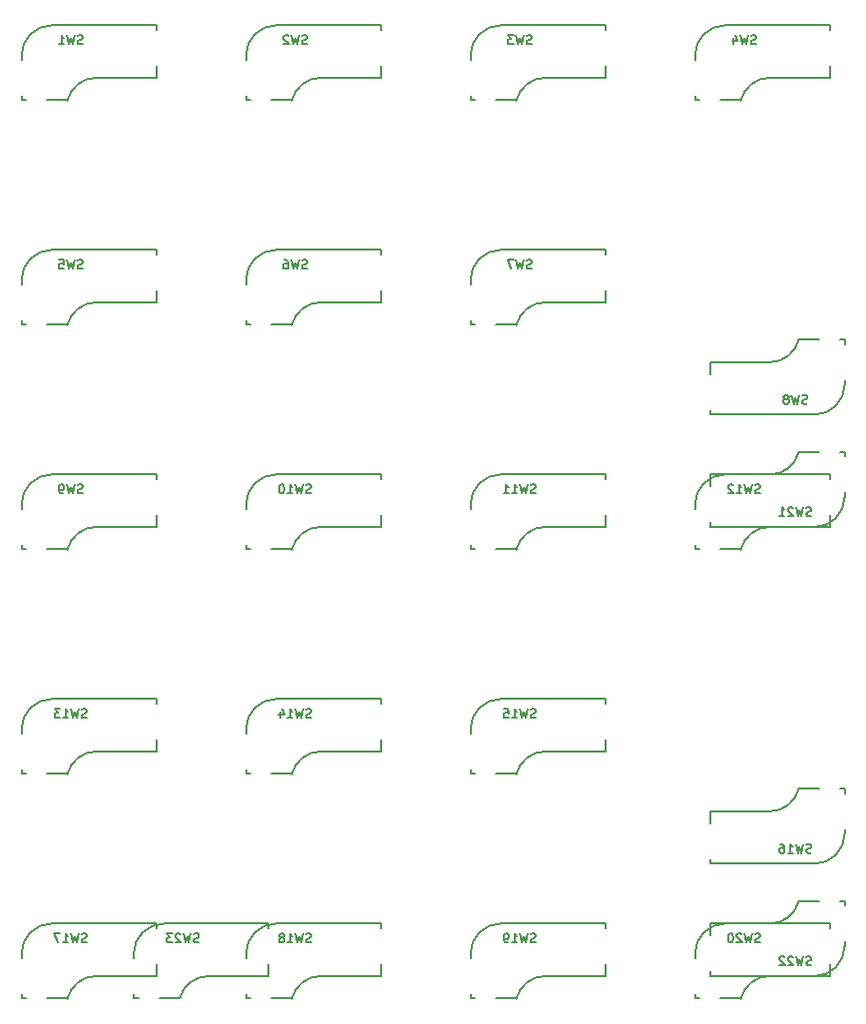
<source format=gbr>
%TF.GenerationSoftware,KiCad,Pcbnew,(5.1.9)-1*%
%TF.CreationDate,2021-08-24T14:53:50+02:00*%
%TF.ProjectId,unWired refernce,756e5769-7265-4642-9072-656665726e63,rev?*%
%TF.SameCoordinates,Original*%
%TF.FileFunction,Legend,Bot*%
%TF.FilePolarity,Positive*%
%FSLAX46Y46*%
G04 Gerber Fmt 4.6, Leading zero omitted, Abs format (unit mm)*
G04 Created by KiCad (PCBNEW (5.1.9)-1) date 2021-08-24 14:53:50*
%MOMM*%
%LPD*%
G01*
G04 APERTURE LIST*
%ADD10C,0.150000*%
G04 APERTURE END LIST*
D10*
%TO.C,SW20*%
X128730000Y-118465000D02*
X128730000Y-118846000D01*
X119840000Y-118465000D02*
X128730000Y-118465000D01*
X117300000Y-121005000D02*
X117300000Y-121386000D01*
X117681000Y-124815000D02*
X117300000Y-124815000D01*
X121185838Y-124815000D02*
X119459000Y-124815000D01*
X128730000Y-122910000D02*
X123650000Y-122910000D01*
X128730000Y-121894000D02*
X128730000Y-122910000D01*
X117300000Y-124434000D02*
X117300000Y-124815000D01*
X121185838Y-124833960D02*
G75*
G02*
X123650000Y-122910000I2464162J-616040D01*
G01*
X117300000Y-121005000D02*
G75*
G02*
X119840000Y-118465000I2540000J0D01*
G01*
%TO.C,SW19*%
X109680000Y-118465000D02*
X109680000Y-118846000D01*
X100790000Y-118465000D02*
X109680000Y-118465000D01*
X98250000Y-121005000D02*
X98250000Y-121386000D01*
X98631000Y-124815000D02*
X98250000Y-124815000D01*
X102135838Y-124815000D02*
X100409000Y-124815000D01*
X109680000Y-122910000D02*
X104600000Y-122910000D01*
X109680000Y-121894000D02*
X109680000Y-122910000D01*
X98250000Y-124434000D02*
X98250000Y-124815000D01*
X102135838Y-124833960D02*
G75*
G02*
X104600000Y-122910000I2464162J-616040D01*
G01*
X98250000Y-121005000D02*
G75*
G02*
X100790000Y-118465000I2540000J0D01*
G01*
%TO.C,SW18*%
X90630000Y-118465000D02*
X90630000Y-118846000D01*
X81740000Y-118465000D02*
X90630000Y-118465000D01*
X79200000Y-121005000D02*
X79200000Y-121386000D01*
X79581000Y-124815000D02*
X79200000Y-124815000D01*
X83085838Y-124815000D02*
X81359000Y-124815000D01*
X90630000Y-122910000D02*
X85550000Y-122910000D01*
X90630000Y-121894000D02*
X90630000Y-122910000D01*
X79200000Y-124434000D02*
X79200000Y-124815000D01*
X83085838Y-124833960D02*
G75*
G02*
X85550000Y-122910000I2464162J-616040D01*
G01*
X79200000Y-121005000D02*
G75*
G02*
X81740000Y-118465000I2540000J0D01*
G01*
%TO.C,SW17*%
X71580000Y-118465000D02*
X71580000Y-118846000D01*
X62690000Y-118465000D02*
X71580000Y-118465000D01*
X60150000Y-121005000D02*
X60150000Y-121386000D01*
X60531000Y-124815000D02*
X60150000Y-124815000D01*
X64035838Y-124815000D02*
X62309000Y-124815000D01*
X71580000Y-122910000D02*
X66500000Y-122910000D01*
X71580000Y-121894000D02*
X71580000Y-122910000D01*
X60150000Y-124434000D02*
X60150000Y-124815000D01*
X64035838Y-124833960D02*
G75*
G02*
X66500000Y-122910000I2464162J-616040D01*
G01*
X60150000Y-121005000D02*
G75*
G02*
X62690000Y-118465000I2540000J0D01*
G01*
%TO.C,SW23*%
X81105000Y-118465000D02*
X81105000Y-118846000D01*
X72215000Y-118465000D02*
X81105000Y-118465000D01*
X69675000Y-121005000D02*
X69675000Y-121386000D01*
X70056000Y-124815000D02*
X69675000Y-124815000D01*
X73560838Y-124815000D02*
X71834000Y-124815000D01*
X81105000Y-122910000D02*
X76025000Y-122910000D01*
X81105000Y-121894000D02*
X81105000Y-122910000D01*
X69675000Y-124434000D02*
X69675000Y-124815000D01*
X73560838Y-124833960D02*
G75*
G02*
X76025000Y-122910000I2464162J-616040D01*
G01*
X69675000Y-121005000D02*
G75*
G02*
X72215000Y-118465000I2540000J0D01*
G01*
%TO.C,SW22*%
X118570000Y-122910000D02*
X118570000Y-122529000D01*
X127460000Y-122910000D02*
X118570000Y-122910000D01*
X130000000Y-120370000D02*
X130000000Y-119989000D01*
X129619000Y-116560000D02*
X130000000Y-116560000D01*
X126114162Y-116560000D02*
X127841000Y-116560000D01*
X118570000Y-118465000D02*
X123650000Y-118465000D01*
X118570000Y-119481000D02*
X118570000Y-118465000D01*
X130000000Y-116941000D02*
X130000000Y-116560000D01*
X126114162Y-116541040D02*
G75*
G02*
X123650000Y-118465000I-2464162J616040D01*
G01*
X130000000Y-120370000D02*
G75*
G02*
X127460000Y-122910000I-2540000J0D01*
G01*
%TO.C,SW16*%
X130000000Y-107416000D02*
X130000000Y-107035000D01*
X118570000Y-109956000D02*
X118570000Y-108940000D01*
X118570000Y-108940000D02*
X123650000Y-108940000D01*
X126114162Y-107035000D02*
X127841000Y-107035000D01*
X129619000Y-107035000D02*
X130000000Y-107035000D01*
X130000000Y-110845000D02*
X130000000Y-110464000D01*
X127460000Y-113385000D02*
X118570000Y-113385000D01*
X118570000Y-113385000D02*
X118570000Y-113004000D01*
X130000000Y-110845000D02*
G75*
G02*
X127460000Y-113385000I-2540000J0D01*
G01*
X126114162Y-107016040D02*
G75*
G02*
X123650000Y-108940000I-2464162J616040D01*
G01*
%TO.C,SW15*%
X109680000Y-99415000D02*
X109680000Y-99796000D01*
X100790000Y-99415000D02*
X109680000Y-99415000D01*
X98250000Y-101955000D02*
X98250000Y-102336000D01*
X98631000Y-105765000D02*
X98250000Y-105765000D01*
X102135838Y-105765000D02*
X100409000Y-105765000D01*
X109680000Y-103860000D02*
X104600000Y-103860000D01*
X109680000Y-102844000D02*
X109680000Y-103860000D01*
X98250000Y-105384000D02*
X98250000Y-105765000D01*
X102135838Y-105783960D02*
G75*
G02*
X104600000Y-103860000I2464162J-616040D01*
G01*
X98250000Y-101955000D02*
G75*
G02*
X100790000Y-99415000I2540000J0D01*
G01*
%TO.C,SW14*%
X90630000Y-99415000D02*
X90630000Y-99796000D01*
X81740000Y-99415000D02*
X90630000Y-99415000D01*
X79200000Y-101955000D02*
X79200000Y-102336000D01*
X79581000Y-105765000D02*
X79200000Y-105765000D01*
X83085838Y-105765000D02*
X81359000Y-105765000D01*
X90630000Y-103860000D02*
X85550000Y-103860000D01*
X90630000Y-102844000D02*
X90630000Y-103860000D01*
X79200000Y-105384000D02*
X79200000Y-105765000D01*
X83085838Y-105783960D02*
G75*
G02*
X85550000Y-103860000I2464162J-616040D01*
G01*
X79200000Y-101955000D02*
G75*
G02*
X81740000Y-99415000I2540000J0D01*
G01*
%TO.C,SW13*%
X71580000Y-99415000D02*
X71580000Y-99796000D01*
X62690000Y-99415000D02*
X71580000Y-99415000D01*
X60150000Y-101955000D02*
X60150000Y-102336000D01*
X60531000Y-105765000D02*
X60150000Y-105765000D01*
X64035838Y-105765000D02*
X62309000Y-105765000D01*
X71580000Y-103860000D02*
X66500000Y-103860000D01*
X71580000Y-102844000D02*
X71580000Y-103860000D01*
X60150000Y-105384000D02*
X60150000Y-105765000D01*
X64035838Y-105783960D02*
G75*
G02*
X66500000Y-103860000I2464162J-616040D01*
G01*
X60150000Y-101955000D02*
G75*
G02*
X62690000Y-99415000I2540000J0D01*
G01*
%TO.C,SW21*%
X118570000Y-84810000D02*
X118570000Y-84429000D01*
X127460000Y-84810000D02*
X118570000Y-84810000D01*
X130000000Y-82270000D02*
X130000000Y-81889000D01*
X129619000Y-78460000D02*
X130000000Y-78460000D01*
X126114162Y-78460000D02*
X127841000Y-78460000D01*
X118570000Y-80365000D02*
X123650000Y-80365000D01*
X118570000Y-81381000D02*
X118570000Y-80365000D01*
X130000000Y-78841000D02*
X130000000Y-78460000D01*
X126114162Y-78441040D02*
G75*
G02*
X123650000Y-80365000I-2464162J616040D01*
G01*
X130000000Y-82270000D02*
G75*
G02*
X127460000Y-84810000I-2540000J0D01*
G01*
%TO.C,SW12*%
X128730000Y-80365000D02*
X128730000Y-80746000D01*
X119840000Y-80365000D02*
X128730000Y-80365000D01*
X117300000Y-82905000D02*
X117300000Y-83286000D01*
X117681000Y-86715000D02*
X117300000Y-86715000D01*
X121185838Y-86715000D02*
X119459000Y-86715000D01*
X128730000Y-84810000D02*
X123650000Y-84810000D01*
X128730000Y-83794000D02*
X128730000Y-84810000D01*
X117300000Y-86334000D02*
X117300000Y-86715000D01*
X121185838Y-86733960D02*
G75*
G02*
X123650000Y-84810000I2464162J-616040D01*
G01*
X117300000Y-82905000D02*
G75*
G02*
X119840000Y-80365000I2540000J0D01*
G01*
%TO.C,SW11*%
X109680000Y-80365000D02*
X109680000Y-80746000D01*
X100790000Y-80365000D02*
X109680000Y-80365000D01*
X98250000Y-82905000D02*
X98250000Y-83286000D01*
X98631000Y-86715000D02*
X98250000Y-86715000D01*
X102135838Y-86715000D02*
X100409000Y-86715000D01*
X109680000Y-84810000D02*
X104600000Y-84810000D01*
X109680000Y-83794000D02*
X109680000Y-84810000D01*
X98250000Y-86334000D02*
X98250000Y-86715000D01*
X102135838Y-86733960D02*
G75*
G02*
X104600000Y-84810000I2464162J-616040D01*
G01*
X98250000Y-82905000D02*
G75*
G02*
X100790000Y-80365000I2540000J0D01*
G01*
%TO.C,SW10*%
X90630000Y-80365000D02*
X90630000Y-80746000D01*
X81740000Y-80365000D02*
X90630000Y-80365000D01*
X79200000Y-82905000D02*
X79200000Y-83286000D01*
X79581000Y-86715000D02*
X79200000Y-86715000D01*
X83085838Y-86715000D02*
X81359000Y-86715000D01*
X90630000Y-84810000D02*
X85550000Y-84810000D01*
X90630000Y-83794000D02*
X90630000Y-84810000D01*
X79200000Y-86334000D02*
X79200000Y-86715000D01*
X83085838Y-86733960D02*
G75*
G02*
X85550000Y-84810000I2464162J-616040D01*
G01*
X79200000Y-82905000D02*
G75*
G02*
X81740000Y-80365000I2540000J0D01*
G01*
%TO.C,SW9*%
X71580000Y-80365000D02*
X71580000Y-80746000D01*
X62690000Y-80365000D02*
X71580000Y-80365000D01*
X60150000Y-82905000D02*
X60150000Y-83286000D01*
X60531000Y-86715000D02*
X60150000Y-86715000D01*
X64035838Y-86715000D02*
X62309000Y-86715000D01*
X71580000Y-84810000D02*
X66500000Y-84810000D01*
X71580000Y-83794000D02*
X71580000Y-84810000D01*
X60150000Y-86334000D02*
X60150000Y-86715000D01*
X64035838Y-86733960D02*
G75*
G02*
X66500000Y-84810000I2464162J-616040D01*
G01*
X60150000Y-82905000D02*
G75*
G02*
X62690000Y-80365000I2540000J0D01*
G01*
%TO.C,SW8*%
X118570000Y-75285000D02*
X118570000Y-74904000D01*
X127460000Y-75285000D02*
X118570000Y-75285000D01*
X130000000Y-72745000D02*
X130000000Y-72364000D01*
X129619000Y-68935000D02*
X130000000Y-68935000D01*
X126114162Y-68935000D02*
X127841000Y-68935000D01*
X118570000Y-70840000D02*
X123650000Y-70840000D01*
X118570000Y-71856000D02*
X118570000Y-70840000D01*
X130000000Y-69316000D02*
X130000000Y-68935000D01*
X126114162Y-68916040D02*
G75*
G02*
X123650000Y-70840000I-2464162J616040D01*
G01*
X130000000Y-72745000D02*
G75*
G02*
X127460000Y-75285000I-2540000J0D01*
G01*
%TO.C,SW7*%
X109680000Y-61315000D02*
X109680000Y-61696000D01*
X100790000Y-61315000D02*
X109680000Y-61315000D01*
X98250000Y-63855000D02*
X98250000Y-64236000D01*
X98631000Y-67665000D02*
X98250000Y-67665000D01*
X102135838Y-67665000D02*
X100409000Y-67665000D01*
X109680000Y-65760000D02*
X104600000Y-65760000D01*
X109680000Y-64744000D02*
X109680000Y-65760000D01*
X98250000Y-67284000D02*
X98250000Y-67665000D01*
X102135838Y-67683960D02*
G75*
G02*
X104600000Y-65760000I2464162J-616040D01*
G01*
X98250000Y-63855000D02*
G75*
G02*
X100790000Y-61315000I2540000J0D01*
G01*
%TO.C,SW6*%
X90630000Y-61315000D02*
X90630000Y-61696000D01*
X81740000Y-61315000D02*
X90630000Y-61315000D01*
X79200000Y-63855000D02*
X79200000Y-64236000D01*
X79581000Y-67665000D02*
X79200000Y-67665000D01*
X83085838Y-67665000D02*
X81359000Y-67665000D01*
X90630000Y-65760000D02*
X85550000Y-65760000D01*
X90630000Y-64744000D02*
X90630000Y-65760000D01*
X79200000Y-67284000D02*
X79200000Y-67665000D01*
X83085838Y-67683960D02*
G75*
G02*
X85550000Y-65760000I2464162J-616040D01*
G01*
X79200000Y-63855000D02*
G75*
G02*
X81740000Y-61315000I2540000J0D01*
G01*
%TO.C,SW5*%
X71580000Y-61315000D02*
X71580000Y-61696000D01*
X62690000Y-61315000D02*
X71580000Y-61315000D01*
X60150000Y-63855000D02*
X60150000Y-64236000D01*
X60531000Y-67665000D02*
X60150000Y-67665000D01*
X64035838Y-67665000D02*
X62309000Y-67665000D01*
X71580000Y-65760000D02*
X66500000Y-65760000D01*
X71580000Y-64744000D02*
X71580000Y-65760000D01*
X60150000Y-67284000D02*
X60150000Y-67665000D01*
X64035838Y-67683960D02*
G75*
G02*
X66500000Y-65760000I2464162J-616040D01*
G01*
X60150000Y-63855000D02*
G75*
G02*
X62690000Y-61315000I2540000J0D01*
G01*
%TO.C,SW4*%
X128730000Y-42265000D02*
X128730000Y-42646000D01*
X119840000Y-42265000D02*
X128730000Y-42265000D01*
X117300000Y-44805000D02*
X117300000Y-45186000D01*
X117681000Y-48615000D02*
X117300000Y-48615000D01*
X121185838Y-48615000D02*
X119459000Y-48615000D01*
X128730000Y-46710000D02*
X123650000Y-46710000D01*
X128730000Y-45694000D02*
X128730000Y-46710000D01*
X117300000Y-48234000D02*
X117300000Y-48615000D01*
X121185838Y-48633960D02*
G75*
G02*
X123650000Y-46710000I2464162J-616040D01*
G01*
X117300000Y-44805000D02*
G75*
G02*
X119840000Y-42265000I2540000J0D01*
G01*
%TO.C,SW3*%
X109680000Y-42265000D02*
X109680000Y-42646000D01*
X100790000Y-42265000D02*
X109680000Y-42265000D01*
X98250000Y-44805000D02*
X98250000Y-45186000D01*
X98631000Y-48615000D02*
X98250000Y-48615000D01*
X102135838Y-48615000D02*
X100409000Y-48615000D01*
X109680000Y-46710000D02*
X104600000Y-46710000D01*
X109680000Y-45694000D02*
X109680000Y-46710000D01*
X98250000Y-48234000D02*
X98250000Y-48615000D01*
X102135838Y-48633960D02*
G75*
G02*
X104600000Y-46710000I2464162J-616040D01*
G01*
X98250000Y-44805000D02*
G75*
G02*
X100790000Y-42265000I2540000J0D01*
G01*
%TO.C,SW2*%
X90630000Y-42265000D02*
X90630000Y-42646000D01*
X81740000Y-42265000D02*
X90630000Y-42265000D01*
X79200000Y-44805000D02*
X79200000Y-45186000D01*
X79581000Y-48615000D02*
X79200000Y-48615000D01*
X83085838Y-48615000D02*
X81359000Y-48615000D01*
X90630000Y-46710000D02*
X85550000Y-46710000D01*
X90630000Y-45694000D02*
X90630000Y-46710000D01*
X79200000Y-48234000D02*
X79200000Y-48615000D01*
X83085838Y-48633960D02*
G75*
G02*
X85550000Y-46710000I2464162J-616040D01*
G01*
X79200000Y-44805000D02*
G75*
G02*
X81740000Y-42265000I2540000J0D01*
G01*
%TO.C,SW1*%
X71580000Y-42265000D02*
X71580000Y-42646000D01*
X62690000Y-42265000D02*
X71580000Y-42265000D01*
X60150000Y-44805000D02*
X60150000Y-45186000D01*
X60531000Y-48615000D02*
X60150000Y-48615000D01*
X64035838Y-48615000D02*
X62309000Y-48615000D01*
X71580000Y-46710000D02*
X66500000Y-46710000D01*
X71580000Y-45694000D02*
X71580000Y-46710000D01*
X60150000Y-48234000D02*
X60150000Y-48615000D01*
X64035838Y-48633960D02*
G75*
G02*
X66500000Y-46710000I2464162J-616040D01*
G01*
X60150000Y-44805000D02*
G75*
G02*
X62690000Y-42265000I2540000J0D01*
G01*
%TO.C,SW20*%
X122832142Y-120028571D02*
X122725000Y-120064285D01*
X122546428Y-120064285D01*
X122475000Y-120028571D01*
X122439285Y-119992857D01*
X122403571Y-119921428D01*
X122403571Y-119850000D01*
X122439285Y-119778571D01*
X122475000Y-119742857D01*
X122546428Y-119707142D01*
X122689285Y-119671428D01*
X122760714Y-119635714D01*
X122796428Y-119600000D01*
X122832142Y-119528571D01*
X122832142Y-119457142D01*
X122796428Y-119385714D01*
X122760714Y-119350000D01*
X122689285Y-119314285D01*
X122510714Y-119314285D01*
X122403571Y-119350000D01*
X122153571Y-119314285D02*
X121975000Y-120064285D01*
X121832142Y-119528571D01*
X121689285Y-120064285D01*
X121510714Y-119314285D01*
X121260714Y-119385714D02*
X121225000Y-119350000D01*
X121153571Y-119314285D01*
X120975000Y-119314285D01*
X120903571Y-119350000D01*
X120867857Y-119385714D01*
X120832142Y-119457142D01*
X120832142Y-119528571D01*
X120867857Y-119635714D01*
X121296428Y-120064285D01*
X120832142Y-120064285D01*
X120367857Y-119314285D02*
X120296428Y-119314285D01*
X120225000Y-119350000D01*
X120189285Y-119385714D01*
X120153571Y-119457142D01*
X120117857Y-119600000D01*
X120117857Y-119778571D01*
X120153571Y-119921428D01*
X120189285Y-119992857D01*
X120225000Y-120028571D01*
X120296428Y-120064285D01*
X120367857Y-120064285D01*
X120439285Y-120028571D01*
X120475000Y-119992857D01*
X120510714Y-119921428D01*
X120546428Y-119778571D01*
X120546428Y-119600000D01*
X120510714Y-119457142D01*
X120475000Y-119385714D01*
X120439285Y-119350000D01*
X120367857Y-119314285D01*
%TO.C,SW19*%
X103782142Y-120028571D02*
X103675000Y-120064285D01*
X103496428Y-120064285D01*
X103425000Y-120028571D01*
X103389285Y-119992857D01*
X103353571Y-119921428D01*
X103353571Y-119850000D01*
X103389285Y-119778571D01*
X103425000Y-119742857D01*
X103496428Y-119707142D01*
X103639285Y-119671428D01*
X103710714Y-119635714D01*
X103746428Y-119600000D01*
X103782142Y-119528571D01*
X103782142Y-119457142D01*
X103746428Y-119385714D01*
X103710714Y-119350000D01*
X103639285Y-119314285D01*
X103460714Y-119314285D01*
X103353571Y-119350000D01*
X103103571Y-119314285D02*
X102925000Y-120064285D01*
X102782142Y-119528571D01*
X102639285Y-120064285D01*
X102460714Y-119314285D01*
X101782142Y-120064285D02*
X102210714Y-120064285D01*
X101996428Y-120064285D02*
X101996428Y-119314285D01*
X102067857Y-119421428D01*
X102139285Y-119492857D01*
X102210714Y-119528571D01*
X101425000Y-120064285D02*
X101282142Y-120064285D01*
X101210714Y-120028571D01*
X101175000Y-119992857D01*
X101103571Y-119885714D01*
X101067857Y-119742857D01*
X101067857Y-119457142D01*
X101103571Y-119385714D01*
X101139285Y-119350000D01*
X101210714Y-119314285D01*
X101353571Y-119314285D01*
X101425000Y-119350000D01*
X101460714Y-119385714D01*
X101496428Y-119457142D01*
X101496428Y-119635714D01*
X101460714Y-119707142D01*
X101425000Y-119742857D01*
X101353571Y-119778571D01*
X101210714Y-119778571D01*
X101139285Y-119742857D01*
X101103571Y-119707142D01*
X101067857Y-119635714D01*
%TO.C,SW18*%
X84732142Y-120028571D02*
X84625000Y-120064285D01*
X84446428Y-120064285D01*
X84375000Y-120028571D01*
X84339285Y-119992857D01*
X84303571Y-119921428D01*
X84303571Y-119850000D01*
X84339285Y-119778571D01*
X84375000Y-119742857D01*
X84446428Y-119707142D01*
X84589285Y-119671428D01*
X84660714Y-119635714D01*
X84696428Y-119600000D01*
X84732142Y-119528571D01*
X84732142Y-119457142D01*
X84696428Y-119385714D01*
X84660714Y-119350000D01*
X84589285Y-119314285D01*
X84410714Y-119314285D01*
X84303571Y-119350000D01*
X84053571Y-119314285D02*
X83875000Y-120064285D01*
X83732142Y-119528571D01*
X83589285Y-120064285D01*
X83410714Y-119314285D01*
X82732142Y-120064285D02*
X83160714Y-120064285D01*
X82946428Y-120064285D02*
X82946428Y-119314285D01*
X83017857Y-119421428D01*
X83089285Y-119492857D01*
X83160714Y-119528571D01*
X82303571Y-119635714D02*
X82375000Y-119600000D01*
X82410714Y-119564285D01*
X82446428Y-119492857D01*
X82446428Y-119457142D01*
X82410714Y-119385714D01*
X82375000Y-119350000D01*
X82303571Y-119314285D01*
X82160714Y-119314285D01*
X82089285Y-119350000D01*
X82053571Y-119385714D01*
X82017857Y-119457142D01*
X82017857Y-119492857D01*
X82053571Y-119564285D01*
X82089285Y-119600000D01*
X82160714Y-119635714D01*
X82303571Y-119635714D01*
X82375000Y-119671428D01*
X82410714Y-119707142D01*
X82446428Y-119778571D01*
X82446428Y-119921428D01*
X82410714Y-119992857D01*
X82375000Y-120028571D01*
X82303571Y-120064285D01*
X82160714Y-120064285D01*
X82089285Y-120028571D01*
X82053571Y-119992857D01*
X82017857Y-119921428D01*
X82017857Y-119778571D01*
X82053571Y-119707142D01*
X82089285Y-119671428D01*
X82160714Y-119635714D01*
%TO.C,SW17*%
X65682142Y-120028571D02*
X65575000Y-120064285D01*
X65396428Y-120064285D01*
X65325000Y-120028571D01*
X65289285Y-119992857D01*
X65253571Y-119921428D01*
X65253571Y-119850000D01*
X65289285Y-119778571D01*
X65325000Y-119742857D01*
X65396428Y-119707142D01*
X65539285Y-119671428D01*
X65610714Y-119635714D01*
X65646428Y-119600000D01*
X65682142Y-119528571D01*
X65682142Y-119457142D01*
X65646428Y-119385714D01*
X65610714Y-119350000D01*
X65539285Y-119314285D01*
X65360714Y-119314285D01*
X65253571Y-119350000D01*
X65003571Y-119314285D02*
X64825000Y-120064285D01*
X64682142Y-119528571D01*
X64539285Y-120064285D01*
X64360714Y-119314285D01*
X63682142Y-120064285D02*
X64110714Y-120064285D01*
X63896428Y-120064285D02*
X63896428Y-119314285D01*
X63967857Y-119421428D01*
X64039285Y-119492857D01*
X64110714Y-119528571D01*
X63432142Y-119314285D02*
X62932142Y-119314285D01*
X63253571Y-120064285D01*
%TO.C,SW23*%
X75207142Y-120028571D02*
X75100000Y-120064285D01*
X74921428Y-120064285D01*
X74850000Y-120028571D01*
X74814285Y-119992857D01*
X74778571Y-119921428D01*
X74778571Y-119850000D01*
X74814285Y-119778571D01*
X74850000Y-119742857D01*
X74921428Y-119707142D01*
X75064285Y-119671428D01*
X75135714Y-119635714D01*
X75171428Y-119600000D01*
X75207142Y-119528571D01*
X75207142Y-119457142D01*
X75171428Y-119385714D01*
X75135714Y-119350000D01*
X75064285Y-119314285D01*
X74885714Y-119314285D01*
X74778571Y-119350000D01*
X74528571Y-119314285D02*
X74350000Y-120064285D01*
X74207142Y-119528571D01*
X74064285Y-120064285D01*
X73885714Y-119314285D01*
X73635714Y-119385714D02*
X73600000Y-119350000D01*
X73528571Y-119314285D01*
X73350000Y-119314285D01*
X73278571Y-119350000D01*
X73242857Y-119385714D01*
X73207142Y-119457142D01*
X73207142Y-119528571D01*
X73242857Y-119635714D01*
X73671428Y-120064285D01*
X73207142Y-120064285D01*
X72957142Y-119314285D02*
X72492857Y-119314285D01*
X72742857Y-119600000D01*
X72635714Y-119600000D01*
X72564285Y-119635714D01*
X72528571Y-119671428D01*
X72492857Y-119742857D01*
X72492857Y-119921428D01*
X72528571Y-119992857D01*
X72564285Y-120028571D01*
X72635714Y-120064285D01*
X72850000Y-120064285D01*
X72921428Y-120028571D01*
X72957142Y-119992857D01*
%TO.C,SW22*%
X127182142Y-121953571D02*
X127075000Y-121989285D01*
X126896428Y-121989285D01*
X126825000Y-121953571D01*
X126789285Y-121917857D01*
X126753571Y-121846428D01*
X126753571Y-121775000D01*
X126789285Y-121703571D01*
X126825000Y-121667857D01*
X126896428Y-121632142D01*
X127039285Y-121596428D01*
X127110714Y-121560714D01*
X127146428Y-121525000D01*
X127182142Y-121453571D01*
X127182142Y-121382142D01*
X127146428Y-121310714D01*
X127110714Y-121275000D01*
X127039285Y-121239285D01*
X126860714Y-121239285D01*
X126753571Y-121275000D01*
X126503571Y-121239285D02*
X126325000Y-121989285D01*
X126182142Y-121453571D01*
X126039285Y-121989285D01*
X125860714Y-121239285D01*
X125610714Y-121310714D02*
X125575000Y-121275000D01*
X125503571Y-121239285D01*
X125325000Y-121239285D01*
X125253571Y-121275000D01*
X125217857Y-121310714D01*
X125182142Y-121382142D01*
X125182142Y-121453571D01*
X125217857Y-121560714D01*
X125646428Y-121989285D01*
X125182142Y-121989285D01*
X124896428Y-121310714D02*
X124860714Y-121275000D01*
X124789285Y-121239285D01*
X124610714Y-121239285D01*
X124539285Y-121275000D01*
X124503571Y-121310714D01*
X124467857Y-121382142D01*
X124467857Y-121453571D01*
X124503571Y-121560714D01*
X124932142Y-121989285D01*
X124467857Y-121989285D01*
%TO.C,SW16*%
X127182142Y-112428571D02*
X127075000Y-112464285D01*
X126896428Y-112464285D01*
X126825000Y-112428571D01*
X126789285Y-112392857D01*
X126753571Y-112321428D01*
X126753571Y-112250000D01*
X126789285Y-112178571D01*
X126825000Y-112142857D01*
X126896428Y-112107142D01*
X127039285Y-112071428D01*
X127110714Y-112035714D01*
X127146428Y-112000000D01*
X127182142Y-111928571D01*
X127182142Y-111857142D01*
X127146428Y-111785714D01*
X127110714Y-111750000D01*
X127039285Y-111714285D01*
X126860714Y-111714285D01*
X126753571Y-111750000D01*
X126503571Y-111714285D02*
X126325000Y-112464285D01*
X126182142Y-111928571D01*
X126039285Y-112464285D01*
X125860714Y-111714285D01*
X125182142Y-112464285D02*
X125610714Y-112464285D01*
X125396428Y-112464285D02*
X125396428Y-111714285D01*
X125467857Y-111821428D01*
X125539285Y-111892857D01*
X125610714Y-111928571D01*
X124539285Y-111714285D02*
X124682142Y-111714285D01*
X124753571Y-111750000D01*
X124789285Y-111785714D01*
X124860714Y-111892857D01*
X124896428Y-112035714D01*
X124896428Y-112321428D01*
X124860714Y-112392857D01*
X124825000Y-112428571D01*
X124753571Y-112464285D01*
X124610714Y-112464285D01*
X124539285Y-112428571D01*
X124503571Y-112392857D01*
X124467857Y-112321428D01*
X124467857Y-112142857D01*
X124503571Y-112071428D01*
X124539285Y-112035714D01*
X124610714Y-112000000D01*
X124753571Y-112000000D01*
X124825000Y-112035714D01*
X124860714Y-112071428D01*
X124896428Y-112142857D01*
%TO.C,SW15*%
X103782142Y-100978571D02*
X103675000Y-101014285D01*
X103496428Y-101014285D01*
X103425000Y-100978571D01*
X103389285Y-100942857D01*
X103353571Y-100871428D01*
X103353571Y-100800000D01*
X103389285Y-100728571D01*
X103425000Y-100692857D01*
X103496428Y-100657142D01*
X103639285Y-100621428D01*
X103710714Y-100585714D01*
X103746428Y-100550000D01*
X103782142Y-100478571D01*
X103782142Y-100407142D01*
X103746428Y-100335714D01*
X103710714Y-100300000D01*
X103639285Y-100264285D01*
X103460714Y-100264285D01*
X103353571Y-100300000D01*
X103103571Y-100264285D02*
X102925000Y-101014285D01*
X102782142Y-100478571D01*
X102639285Y-101014285D01*
X102460714Y-100264285D01*
X101782142Y-101014285D02*
X102210714Y-101014285D01*
X101996428Y-101014285D02*
X101996428Y-100264285D01*
X102067857Y-100371428D01*
X102139285Y-100442857D01*
X102210714Y-100478571D01*
X101103571Y-100264285D02*
X101460714Y-100264285D01*
X101496428Y-100621428D01*
X101460714Y-100585714D01*
X101389285Y-100550000D01*
X101210714Y-100550000D01*
X101139285Y-100585714D01*
X101103571Y-100621428D01*
X101067857Y-100692857D01*
X101067857Y-100871428D01*
X101103571Y-100942857D01*
X101139285Y-100978571D01*
X101210714Y-101014285D01*
X101389285Y-101014285D01*
X101460714Y-100978571D01*
X101496428Y-100942857D01*
%TO.C,SW14*%
X84732142Y-100978571D02*
X84625000Y-101014285D01*
X84446428Y-101014285D01*
X84375000Y-100978571D01*
X84339285Y-100942857D01*
X84303571Y-100871428D01*
X84303571Y-100800000D01*
X84339285Y-100728571D01*
X84375000Y-100692857D01*
X84446428Y-100657142D01*
X84589285Y-100621428D01*
X84660714Y-100585714D01*
X84696428Y-100550000D01*
X84732142Y-100478571D01*
X84732142Y-100407142D01*
X84696428Y-100335714D01*
X84660714Y-100300000D01*
X84589285Y-100264285D01*
X84410714Y-100264285D01*
X84303571Y-100300000D01*
X84053571Y-100264285D02*
X83875000Y-101014285D01*
X83732142Y-100478571D01*
X83589285Y-101014285D01*
X83410714Y-100264285D01*
X82732142Y-101014285D02*
X83160714Y-101014285D01*
X82946428Y-101014285D02*
X82946428Y-100264285D01*
X83017857Y-100371428D01*
X83089285Y-100442857D01*
X83160714Y-100478571D01*
X82089285Y-100514285D02*
X82089285Y-101014285D01*
X82267857Y-100228571D02*
X82446428Y-100764285D01*
X81982142Y-100764285D01*
%TO.C,SW13*%
X65682142Y-100978571D02*
X65575000Y-101014285D01*
X65396428Y-101014285D01*
X65325000Y-100978571D01*
X65289285Y-100942857D01*
X65253571Y-100871428D01*
X65253571Y-100800000D01*
X65289285Y-100728571D01*
X65325000Y-100692857D01*
X65396428Y-100657142D01*
X65539285Y-100621428D01*
X65610714Y-100585714D01*
X65646428Y-100550000D01*
X65682142Y-100478571D01*
X65682142Y-100407142D01*
X65646428Y-100335714D01*
X65610714Y-100300000D01*
X65539285Y-100264285D01*
X65360714Y-100264285D01*
X65253571Y-100300000D01*
X65003571Y-100264285D02*
X64825000Y-101014285D01*
X64682142Y-100478571D01*
X64539285Y-101014285D01*
X64360714Y-100264285D01*
X63682142Y-101014285D02*
X64110714Y-101014285D01*
X63896428Y-101014285D02*
X63896428Y-100264285D01*
X63967857Y-100371428D01*
X64039285Y-100442857D01*
X64110714Y-100478571D01*
X63432142Y-100264285D02*
X62967857Y-100264285D01*
X63217857Y-100550000D01*
X63110714Y-100550000D01*
X63039285Y-100585714D01*
X63003571Y-100621428D01*
X62967857Y-100692857D01*
X62967857Y-100871428D01*
X63003571Y-100942857D01*
X63039285Y-100978571D01*
X63110714Y-101014285D01*
X63325000Y-101014285D01*
X63396428Y-100978571D01*
X63432142Y-100942857D01*
%TO.C,SW21*%
X127182142Y-83853571D02*
X127075000Y-83889285D01*
X126896428Y-83889285D01*
X126825000Y-83853571D01*
X126789285Y-83817857D01*
X126753571Y-83746428D01*
X126753571Y-83675000D01*
X126789285Y-83603571D01*
X126825000Y-83567857D01*
X126896428Y-83532142D01*
X127039285Y-83496428D01*
X127110714Y-83460714D01*
X127146428Y-83425000D01*
X127182142Y-83353571D01*
X127182142Y-83282142D01*
X127146428Y-83210714D01*
X127110714Y-83175000D01*
X127039285Y-83139285D01*
X126860714Y-83139285D01*
X126753571Y-83175000D01*
X126503571Y-83139285D02*
X126325000Y-83889285D01*
X126182142Y-83353571D01*
X126039285Y-83889285D01*
X125860714Y-83139285D01*
X125610714Y-83210714D02*
X125575000Y-83175000D01*
X125503571Y-83139285D01*
X125325000Y-83139285D01*
X125253571Y-83175000D01*
X125217857Y-83210714D01*
X125182142Y-83282142D01*
X125182142Y-83353571D01*
X125217857Y-83460714D01*
X125646428Y-83889285D01*
X125182142Y-83889285D01*
X124467857Y-83889285D02*
X124896428Y-83889285D01*
X124682142Y-83889285D02*
X124682142Y-83139285D01*
X124753571Y-83246428D01*
X124825000Y-83317857D01*
X124896428Y-83353571D01*
%TO.C,SW12*%
X122832142Y-81928571D02*
X122725000Y-81964285D01*
X122546428Y-81964285D01*
X122475000Y-81928571D01*
X122439285Y-81892857D01*
X122403571Y-81821428D01*
X122403571Y-81750000D01*
X122439285Y-81678571D01*
X122475000Y-81642857D01*
X122546428Y-81607142D01*
X122689285Y-81571428D01*
X122760714Y-81535714D01*
X122796428Y-81500000D01*
X122832142Y-81428571D01*
X122832142Y-81357142D01*
X122796428Y-81285714D01*
X122760714Y-81250000D01*
X122689285Y-81214285D01*
X122510714Y-81214285D01*
X122403571Y-81250000D01*
X122153571Y-81214285D02*
X121975000Y-81964285D01*
X121832142Y-81428571D01*
X121689285Y-81964285D01*
X121510714Y-81214285D01*
X120832142Y-81964285D02*
X121260714Y-81964285D01*
X121046428Y-81964285D02*
X121046428Y-81214285D01*
X121117857Y-81321428D01*
X121189285Y-81392857D01*
X121260714Y-81428571D01*
X120546428Y-81285714D02*
X120510714Y-81250000D01*
X120439285Y-81214285D01*
X120260714Y-81214285D01*
X120189285Y-81250000D01*
X120153571Y-81285714D01*
X120117857Y-81357142D01*
X120117857Y-81428571D01*
X120153571Y-81535714D01*
X120582142Y-81964285D01*
X120117857Y-81964285D01*
%TO.C,SW11*%
X103782142Y-81928571D02*
X103675000Y-81964285D01*
X103496428Y-81964285D01*
X103425000Y-81928571D01*
X103389285Y-81892857D01*
X103353571Y-81821428D01*
X103353571Y-81750000D01*
X103389285Y-81678571D01*
X103425000Y-81642857D01*
X103496428Y-81607142D01*
X103639285Y-81571428D01*
X103710714Y-81535714D01*
X103746428Y-81500000D01*
X103782142Y-81428571D01*
X103782142Y-81357142D01*
X103746428Y-81285714D01*
X103710714Y-81250000D01*
X103639285Y-81214285D01*
X103460714Y-81214285D01*
X103353571Y-81250000D01*
X103103571Y-81214285D02*
X102925000Y-81964285D01*
X102782142Y-81428571D01*
X102639285Y-81964285D01*
X102460714Y-81214285D01*
X101782142Y-81964285D02*
X102210714Y-81964285D01*
X101996428Y-81964285D02*
X101996428Y-81214285D01*
X102067857Y-81321428D01*
X102139285Y-81392857D01*
X102210714Y-81428571D01*
X101067857Y-81964285D02*
X101496428Y-81964285D01*
X101282142Y-81964285D02*
X101282142Y-81214285D01*
X101353571Y-81321428D01*
X101425000Y-81392857D01*
X101496428Y-81428571D01*
%TO.C,SW10*%
X84732142Y-81928571D02*
X84625000Y-81964285D01*
X84446428Y-81964285D01*
X84375000Y-81928571D01*
X84339285Y-81892857D01*
X84303571Y-81821428D01*
X84303571Y-81750000D01*
X84339285Y-81678571D01*
X84375000Y-81642857D01*
X84446428Y-81607142D01*
X84589285Y-81571428D01*
X84660714Y-81535714D01*
X84696428Y-81500000D01*
X84732142Y-81428571D01*
X84732142Y-81357142D01*
X84696428Y-81285714D01*
X84660714Y-81250000D01*
X84589285Y-81214285D01*
X84410714Y-81214285D01*
X84303571Y-81250000D01*
X84053571Y-81214285D02*
X83875000Y-81964285D01*
X83732142Y-81428571D01*
X83589285Y-81964285D01*
X83410714Y-81214285D01*
X82732142Y-81964285D02*
X83160714Y-81964285D01*
X82946428Y-81964285D02*
X82946428Y-81214285D01*
X83017857Y-81321428D01*
X83089285Y-81392857D01*
X83160714Y-81428571D01*
X82267857Y-81214285D02*
X82196428Y-81214285D01*
X82125000Y-81250000D01*
X82089285Y-81285714D01*
X82053571Y-81357142D01*
X82017857Y-81500000D01*
X82017857Y-81678571D01*
X82053571Y-81821428D01*
X82089285Y-81892857D01*
X82125000Y-81928571D01*
X82196428Y-81964285D01*
X82267857Y-81964285D01*
X82339285Y-81928571D01*
X82375000Y-81892857D01*
X82410714Y-81821428D01*
X82446428Y-81678571D01*
X82446428Y-81500000D01*
X82410714Y-81357142D01*
X82375000Y-81285714D01*
X82339285Y-81250000D01*
X82267857Y-81214285D01*
%TO.C,SW9*%
X65325000Y-81928571D02*
X65217857Y-81964285D01*
X65039285Y-81964285D01*
X64967857Y-81928571D01*
X64932142Y-81892857D01*
X64896428Y-81821428D01*
X64896428Y-81750000D01*
X64932142Y-81678571D01*
X64967857Y-81642857D01*
X65039285Y-81607142D01*
X65182142Y-81571428D01*
X65253571Y-81535714D01*
X65289285Y-81500000D01*
X65325000Y-81428571D01*
X65325000Y-81357142D01*
X65289285Y-81285714D01*
X65253571Y-81250000D01*
X65182142Y-81214285D01*
X65003571Y-81214285D01*
X64896428Y-81250000D01*
X64646428Y-81214285D02*
X64467857Y-81964285D01*
X64325000Y-81428571D01*
X64182142Y-81964285D01*
X64003571Y-81214285D01*
X63682142Y-81964285D02*
X63539285Y-81964285D01*
X63467857Y-81928571D01*
X63432142Y-81892857D01*
X63360714Y-81785714D01*
X63325000Y-81642857D01*
X63325000Y-81357142D01*
X63360714Y-81285714D01*
X63396428Y-81250000D01*
X63467857Y-81214285D01*
X63610714Y-81214285D01*
X63682142Y-81250000D01*
X63717857Y-81285714D01*
X63753571Y-81357142D01*
X63753571Y-81535714D01*
X63717857Y-81607142D01*
X63682142Y-81642857D01*
X63610714Y-81678571D01*
X63467857Y-81678571D01*
X63396428Y-81642857D01*
X63360714Y-81607142D01*
X63325000Y-81535714D01*
%TO.C,SW8*%
X126825000Y-74328571D02*
X126717857Y-74364285D01*
X126539285Y-74364285D01*
X126467857Y-74328571D01*
X126432142Y-74292857D01*
X126396428Y-74221428D01*
X126396428Y-74150000D01*
X126432142Y-74078571D01*
X126467857Y-74042857D01*
X126539285Y-74007142D01*
X126682142Y-73971428D01*
X126753571Y-73935714D01*
X126789285Y-73900000D01*
X126825000Y-73828571D01*
X126825000Y-73757142D01*
X126789285Y-73685714D01*
X126753571Y-73650000D01*
X126682142Y-73614285D01*
X126503571Y-73614285D01*
X126396428Y-73650000D01*
X126146428Y-73614285D02*
X125967857Y-74364285D01*
X125825000Y-73828571D01*
X125682142Y-74364285D01*
X125503571Y-73614285D01*
X125110714Y-73935714D02*
X125182142Y-73900000D01*
X125217857Y-73864285D01*
X125253571Y-73792857D01*
X125253571Y-73757142D01*
X125217857Y-73685714D01*
X125182142Y-73650000D01*
X125110714Y-73614285D01*
X124967857Y-73614285D01*
X124896428Y-73650000D01*
X124860714Y-73685714D01*
X124825000Y-73757142D01*
X124825000Y-73792857D01*
X124860714Y-73864285D01*
X124896428Y-73900000D01*
X124967857Y-73935714D01*
X125110714Y-73935714D01*
X125182142Y-73971428D01*
X125217857Y-74007142D01*
X125253571Y-74078571D01*
X125253571Y-74221428D01*
X125217857Y-74292857D01*
X125182142Y-74328571D01*
X125110714Y-74364285D01*
X124967857Y-74364285D01*
X124896428Y-74328571D01*
X124860714Y-74292857D01*
X124825000Y-74221428D01*
X124825000Y-74078571D01*
X124860714Y-74007142D01*
X124896428Y-73971428D01*
X124967857Y-73935714D01*
%TO.C,SW7*%
X103425000Y-62878571D02*
X103317857Y-62914285D01*
X103139285Y-62914285D01*
X103067857Y-62878571D01*
X103032142Y-62842857D01*
X102996428Y-62771428D01*
X102996428Y-62700000D01*
X103032142Y-62628571D01*
X103067857Y-62592857D01*
X103139285Y-62557142D01*
X103282142Y-62521428D01*
X103353571Y-62485714D01*
X103389285Y-62450000D01*
X103425000Y-62378571D01*
X103425000Y-62307142D01*
X103389285Y-62235714D01*
X103353571Y-62200000D01*
X103282142Y-62164285D01*
X103103571Y-62164285D01*
X102996428Y-62200000D01*
X102746428Y-62164285D02*
X102567857Y-62914285D01*
X102425000Y-62378571D01*
X102282142Y-62914285D01*
X102103571Y-62164285D01*
X101889285Y-62164285D02*
X101389285Y-62164285D01*
X101710714Y-62914285D01*
%TO.C,SW6*%
X84375000Y-62878571D02*
X84267857Y-62914285D01*
X84089285Y-62914285D01*
X84017857Y-62878571D01*
X83982142Y-62842857D01*
X83946428Y-62771428D01*
X83946428Y-62700000D01*
X83982142Y-62628571D01*
X84017857Y-62592857D01*
X84089285Y-62557142D01*
X84232142Y-62521428D01*
X84303571Y-62485714D01*
X84339285Y-62450000D01*
X84375000Y-62378571D01*
X84375000Y-62307142D01*
X84339285Y-62235714D01*
X84303571Y-62200000D01*
X84232142Y-62164285D01*
X84053571Y-62164285D01*
X83946428Y-62200000D01*
X83696428Y-62164285D02*
X83517857Y-62914285D01*
X83375000Y-62378571D01*
X83232142Y-62914285D01*
X83053571Y-62164285D01*
X82446428Y-62164285D02*
X82589285Y-62164285D01*
X82660714Y-62200000D01*
X82696428Y-62235714D01*
X82767857Y-62342857D01*
X82803571Y-62485714D01*
X82803571Y-62771428D01*
X82767857Y-62842857D01*
X82732142Y-62878571D01*
X82660714Y-62914285D01*
X82517857Y-62914285D01*
X82446428Y-62878571D01*
X82410714Y-62842857D01*
X82375000Y-62771428D01*
X82375000Y-62592857D01*
X82410714Y-62521428D01*
X82446428Y-62485714D01*
X82517857Y-62450000D01*
X82660714Y-62450000D01*
X82732142Y-62485714D01*
X82767857Y-62521428D01*
X82803571Y-62592857D01*
%TO.C,SW5*%
X65325000Y-62878571D02*
X65217857Y-62914285D01*
X65039285Y-62914285D01*
X64967857Y-62878571D01*
X64932142Y-62842857D01*
X64896428Y-62771428D01*
X64896428Y-62700000D01*
X64932142Y-62628571D01*
X64967857Y-62592857D01*
X65039285Y-62557142D01*
X65182142Y-62521428D01*
X65253571Y-62485714D01*
X65289285Y-62450000D01*
X65325000Y-62378571D01*
X65325000Y-62307142D01*
X65289285Y-62235714D01*
X65253571Y-62200000D01*
X65182142Y-62164285D01*
X65003571Y-62164285D01*
X64896428Y-62200000D01*
X64646428Y-62164285D02*
X64467857Y-62914285D01*
X64325000Y-62378571D01*
X64182142Y-62914285D01*
X64003571Y-62164285D01*
X63360714Y-62164285D02*
X63717857Y-62164285D01*
X63753571Y-62521428D01*
X63717857Y-62485714D01*
X63646428Y-62450000D01*
X63467857Y-62450000D01*
X63396428Y-62485714D01*
X63360714Y-62521428D01*
X63325000Y-62592857D01*
X63325000Y-62771428D01*
X63360714Y-62842857D01*
X63396428Y-62878571D01*
X63467857Y-62914285D01*
X63646428Y-62914285D01*
X63717857Y-62878571D01*
X63753571Y-62842857D01*
%TO.C,SW4*%
X122475000Y-43828571D02*
X122367857Y-43864285D01*
X122189285Y-43864285D01*
X122117857Y-43828571D01*
X122082142Y-43792857D01*
X122046428Y-43721428D01*
X122046428Y-43650000D01*
X122082142Y-43578571D01*
X122117857Y-43542857D01*
X122189285Y-43507142D01*
X122332142Y-43471428D01*
X122403571Y-43435714D01*
X122439285Y-43400000D01*
X122475000Y-43328571D01*
X122475000Y-43257142D01*
X122439285Y-43185714D01*
X122403571Y-43150000D01*
X122332142Y-43114285D01*
X122153571Y-43114285D01*
X122046428Y-43150000D01*
X121796428Y-43114285D02*
X121617857Y-43864285D01*
X121475000Y-43328571D01*
X121332142Y-43864285D01*
X121153571Y-43114285D01*
X120546428Y-43364285D02*
X120546428Y-43864285D01*
X120725000Y-43078571D02*
X120903571Y-43614285D01*
X120439285Y-43614285D01*
%TO.C,SW3*%
X103425000Y-43828571D02*
X103317857Y-43864285D01*
X103139285Y-43864285D01*
X103067857Y-43828571D01*
X103032142Y-43792857D01*
X102996428Y-43721428D01*
X102996428Y-43650000D01*
X103032142Y-43578571D01*
X103067857Y-43542857D01*
X103139285Y-43507142D01*
X103282142Y-43471428D01*
X103353571Y-43435714D01*
X103389285Y-43400000D01*
X103425000Y-43328571D01*
X103425000Y-43257142D01*
X103389285Y-43185714D01*
X103353571Y-43150000D01*
X103282142Y-43114285D01*
X103103571Y-43114285D01*
X102996428Y-43150000D01*
X102746428Y-43114285D02*
X102567857Y-43864285D01*
X102425000Y-43328571D01*
X102282142Y-43864285D01*
X102103571Y-43114285D01*
X101889285Y-43114285D02*
X101425000Y-43114285D01*
X101675000Y-43400000D01*
X101567857Y-43400000D01*
X101496428Y-43435714D01*
X101460714Y-43471428D01*
X101425000Y-43542857D01*
X101425000Y-43721428D01*
X101460714Y-43792857D01*
X101496428Y-43828571D01*
X101567857Y-43864285D01*
X101782142Y-43864285D01*
X101853571Y-43828571D01*
X101889285Y-43792857D01*
%TO.C,SW2*%
X84375000Y-43828571D02*
X84267857Y-43864285D01*
X84089285Y-43864285D01*
X84017857Y-43828571D01*
X83982142Y-43792857D01*
X83946428Y-43721428D01*
X83946428Y-43650000D01*
X83982142Y-43578571D01*
X84017857Y-43542857D01*
X84089285Y-43507142D01*
X84232142Y-43471428D01*
X84303571Y-43435714D01*
X84339285Y-43400000D01*
X84375000Y-43328571D01*
X84375000Y-43257142D01*
X84339285Y-43185714D01*
X84303571Y-43150000D01*
X84232142Y-43114285D01*
X84053571Y-43114285D01*
X83946428Y-43150000D01*
X83696428Y-43114285D02*
X83517857Y-43864285D01*
X83375000Y-43328571D01*
X83232142Y-43864285D01*
X83053571Y-43114285D01*
X82803571Y-43185714D02*
X82767857Y-43150000D01*
X82696428Y-43114285D01*
X82517857Y-43114285D01*
X82446428Y-43150000D01*
X82410714Y-43185714D01*
X82375000Y-43257142D01*
X82375000Y-43328571D01*
X82410714Y-43435714D01*
X82839285Y-43864285D01*
X82375000Y-43864285D01*
%TO.C,SW1*%
X65325000Y-43828571D02*
X65217857Y-43864285D01*
X65039285Y-43864285D01*
X64967857Y-43828571D01*
X64932142Y-43792857D01*
X64896428Y-43721428D01*
X64896428Y-43650000D01*
X64932142Y-43578571D01*
X64967857Y-43542857D01*
X65039285Y-43507142D01*
X65182142Y-43471428D01*
X65253571Y-43435714D01*
X65289285Y-43400000D01*
X65325000Y-43328571D01*
X65325000Y-43257142D01*
X65289285Y-43185714D01*
X65253571Y-43150000D01*
X65182142Y-43114285D01*
X65003571Y-43114285D01*
X64896428Y-43150000D01*
X64646428Y-43114285D02*
X64467857Y-43864285D01*
X64325000Y-43328571D01*
X64182142Y-43864285D01*
X64003571Y-43114285D01*
X63325000Y-43864285D02*
X63753571Y-43864285D01*
X63539285Y-43864285D02*
X63539285Y-43114285D01*
X63610714Y-43221428D01*
X63682142Y-43292857D01*
X63753571Y-43328571D01*
%TD*%
M02*

</source>
